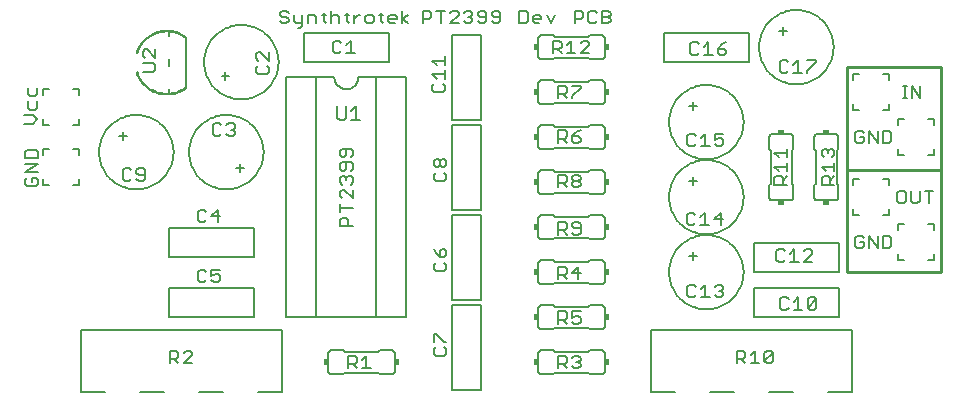
<source format=gto>
G75*
G70*
%OFA0B0*%
%FSLAX24Y24*%
%IPPOS*%
%LPD*%
%AMOC8*
5,1,8,0,0,1.08239X$1,22.5*
%
%ADD10C,0.0050*%
%ADD11C,0.0080*%
%ADD12C,0.0100*%
%ADD13C,0.0060*%
%ADD14R,0.0150X0.0200*%
%ADD15R,0.0200X0.0150*%
%ADD16C,0.0010*%
D10*
X011075Y015903D02*
X011000Y015978D01*
X011000Y016353D01*
X011300Y016353D02*
X011300Y015978D01*
X011225Y015903D01*
X011075Y015903D01*
X011460Y015903D02*
X011760Y015903D01*
X011610Y015903D02*
X011610Y016353D01*
X011460Y016203D01*
D11*
X003243Y006826D02*
X002456Y006826D01*
X002456Y008912D01*
X009149Y008912D01*
X009149Y006826D01*
X008361Y006826D01*
X007180Y006826D02*
X006393Y006826D01*
X006158Y007791D02*
X005878Y007791D01*
X006158Y008071D01*
X006158Y008141D01*
X006088Y008211D01*
X005948Y008211D01*
X005878Y008141D01*
X005698Y008141D02*
X005698Y008001D01*
X005628Y007931D01*
X005417Y007931D01*
X005557Y007931D02*
X005698Y007791D01*
X005417Y007791D02*
X005417Y008211D01*
X005628Y008211D01*
X005698Y008141D01*
X005212Y006826D02*
X004424Y006826D01*
X006412Y010491D02*
X006553Y010491D01*
X006623Y010561D01*
X006803Y010561D02*
X006873Y010491D01*
X007013Y010491D01*
X007083Y010561D01*
X007083Y010701D01*
X007013Y010771D01*
X006943Y010771D01*
X006803Y010701D01*
X006803Y010911D01*
X007083Y010911D01*
X006623Y010841D02*
X006553Y010911D01*
X006412Y010911D01*
X006342Y010841D01*
X006342Y010561D01*
X006412Y010491D01*
X006412Y012491D02*
X006553Y012491D01*
X006623Y012561D01*
X006412Y012491D02*
X006342Y012561D01*
X006342Y012841D01*
X006412Y012911D01*
X006553Y012911D01*
X006623Y012841D01*
X006803Y012701D02*
X007083Y012701D01*
X007013Y012491D02*
X007013Y012911D01*
X006803Y012701D01*
X004583Y013936D02*
X004583Y014216D01*
X004513Y014286D01*
X004373Y014286D01*
X004303Y014216D01*
X004303Y014146D01*
X004373Y014076D01*
X004583Y014076D01*
X004583Y013936D02*
X004513Y013866D01*
X004373Y013866D01*
X004303Y013936D01*
X004123Y013936D02*
X004053Y013866D01*
X003912Y013866D01*
X003842Y013936D01*
X003842Y014216D01*
X003912Y014286D01*
X004053Y014286D01*
X004123Y014216D01*
X006842Y015436D02*
X006912Y015366D01*
X007053Y015366D01*
X007123Y015436D01*
X007303Y015436D02*
X007373Y015366D01*
X007513Y015366D01*
X007583Y015436D01*
X007583Y015506D01*
X007513Y015576D01*
X007443Y015576D01*
X007513Y015576D02*
X007583Y015646D01*
X007583Y015716D01*
X007513Y015786D01*
X007373Y015786D01*
X007303Y015716D01*
X007123Y015716D02*
X007053Y015786D01*
X006912Y015786D01*
X006842Y015716D01*
X006842Y015436D01*
X008362Y017420D02*
X008642Y017420D01*
X008712Y017490D01*
X008712Y017630D01*
X008642Y017700D01*
X008712Y017880D02*
X008432Y018160D01*
X008362Y018160D01*
X008292Y018090D01*
X008292Y017950D01*
X008362Y017880D01*
X008362Y017700D02*
X008292Y017630D01*
X008292Y017490D01*
X008362Y017420D01*
X008712Y017880D02*
X008712Y018160D01*
X009162Y019116D02*
X009092Y019186D01*
X009162Y019116D02*
X009303Y019116D01*
X009373Y019186D01*
X009373Y019256D01*
X009303Y019326D01*
X009162Y019326D01*
X009092Y019396D01*
X009092Y019466D01*
X009162Y019536D01*
X009303Y019536D01*
X009373Y019466D01*
X009553Y019396D02*
X009553Y019186D01*
X009623Y019116D01*
X009833Y019116D01*
X009833Y019045D02*
X009763Y018975D01*
X009693Y018975D01*
X009833Y019045D02*
X009833Y019396D01*
X010013Y019396D02*
X010223Y019396D01*
X010293Y019326D01*
X010293Y019116D01*
X010543Y019186D02*
X010614Y019116D01*
X010543Y019186D02*
X010543Y019466D01*
X010473Y019396D02*
X010614Y019396D01*
X010780Y019326D02*
X010850Y019396D01*
X010990Y019396D01*
X011061Y019326D01*
X011061Y019116D01*
X011311Y019186D02*
X011381Y019116D01*
X011311Y019186D02*
X011311Y019466D01*
X011241Y019396D02*
X011381Y019396D01*
X011548Y019396D02*
X011548Y019116D01*
X011548Y019256D02*
X011688Y019396D01*
X011758Y019396D01*
X011931Y019326D02*
X012001Y019396D01*
X012141Y019396D01*
X012211Y019326D01*
X012211Y019186D01*
X012141Y019116D01*
X012001Y019116D01*
X011931Y019186D01*
X011931Y019326D01*
X012392Y019396D02*
X012532Y019396D01*
X012462Y019466D02*
X012462Y019186D01*
X012532Y019116D01*
X012698Y019186D02*
X012698Y019326D01*
X012768Y019396D01*
X012909Y019396D01*
X012979Y019326D01*
X012979Y019256D01*
X012698Y019256D01*
X012698Y019186D02*
X012768Y019116D01*
X012909Y019116D01*
X013159Y019116D02*
X013159Y019536D01*
X013369Y019396D02*
X013159Y019256D01*
X013369Y019116D01*
X013842Y019116D02*
X013842Y019536D01*
X014053Y019536D01*
X014123Y019466D01*
X014123Y019326D01*
X014053Y019256D01*
X013842Y019256D01*
X014303Y019536D02*
X014583Y019536D01*
X014443Y019536D02*
X014443Y019116D01*
X014763Y019116D02*
X015043Y019396D01*
X015043Y019466D01*
X014973Y019536D01*
X014833Y019536D01*
X014763Y019466D01*
X014763Y019116D02*
X015043Y019116D01*
X015223Y019186D02*
X015293Y019116D01*
X015434Y019116D01*
X015504Y019186D01*
X015504Y019256D01*
X015434Y019326D01*
X015364Y019326D01*
X015434Y019326D02*
X015504Y019396D01*
X015504Y019466D01*
X015434Y019536D01*
X015293Y019536D01*
X015223Y019466D01*
X015684Y019466D02*
X015684Y019396D01*
X015754Y019326D01*
X015964Y019326D01*
X015964Y019186D02*
X015964Y019466D01*
X015894Y019536D01*
X015754Y019536D01*
X015684Y019466D01*
X015684Y019186D02*
X015754Y019116D01*
X015894Y019116D01*
X015964Y019186D01*
X016144Y019186D02*
X016214Y019116D01*
X016354Y019116D01*
X016424Y019186D01*
X016424Y019466D01*
X016354Y019536D01*
X016214Y019536D01*
X016144Y019466D01*
X016144Y019396D01*
X016214Y019326D01*
X016424Y019326D01*
X017065Y019536D02*
X017065Y019116D01*
X017275Y019116D01*
X017345Y019186D01*
X017345Y019466D01*
X017275Y019536D01*
X017065Y019536D01*
X017525Y019326D02*
X017595Y019396D01*
X017735Y019396D01*
X017805Y019326D01*
X017805Y019256D01*
X017525Y019256D01*
X017525Y019186D02*
X017525Y019326D01*
X017525Y019186D02*
X017595Y019116D01*
X017735Y019116D01*
X017986Y019396D02*
X018126Y019116D01*
X018266Y019396D01*
X018906Y019536D02*
X018906Y019116D01*
X018906Y019256D02*
X019116Y019256D01*
X019186Y019326D01*
X019186Y019466D01*
X019116Y019536D01*
X018906Y019536D01*
X019367Y019466D02*
X019367Y019186D01*
X019437Y019116D01*
X019577Y019116D01*
X019647Y019186D01*
X019827Y019116D02*
X020037Y019116D01*
X020107Y019186D01*
X020107Y019256D01*
X020037Y019326D01*
X019827Y019326D01*
X019827Y019116D02*
X019827Y019536D01*
X020037Y019536D01*
X020107Y019466D01*
X020107Y019396D01*
X020037Y019326D01*
X019647Y019466D02*
X019577Y019536D01*
X019437Y019536D01*
X019367Y019466D01*
X019323Y018536D02*
X019183Y018536D01*
X019113Y018466D01*
X019323Y018536D02*
X019393Y018466D01*
X019393Y018396D01*
X019113Y018116D01*
X019393Y018116D01*
X018933Y018116D02*
X018653Y018116D01*
X018793Y018116D02*
X018793Y018536D01*
X018653Y018396D01*
X018473Y018466D02*
X018403Y018536D01*
X018192Y018536D01*
X018192Y018116D01*
X018192Y018256D02*
X018403Y018256D01*
X018473Y018326D01*
X018473Y018466D01*
X018332Y018256D02*
X018473Y018116D01*
X018578Y017046D02*
X018648Y016976D01*
X018648Y016836D01*
X018578Y016766D01*
X018367Y016766D01*
X018507Y016766D02*
X018648Y016626D01*
X018828Y016626D02*
X018828Y016696D01*
X019108Y016976D01*
X019108Y017046D01*
X018828Y017046D01*
X018578Y017046D02*
X018367Y017046D01*
X018367Y016626D01*
X018367Y015561D02*
X018578Y015561D01*
X018648Y015491D01*
X018648Y015351D01*
X018578Y015281D01*
X018367Y015281D01*
X018507Y015281D02*
X018648Y015141D01*
X018828Y015211D02*
X018898Y015141D01*
X019038Y015141D01*
X019108Y015211D01*
X019108Y015281D01*
X019038Y015351D01*
X018828Y015351D01*
X018828Y015211D01*
X018828Y015351D02*
X018968Y015491D01*
X019108Y015561D01*
X018367Y015561D02*
X018367Y015141D01*
X018367Y014071D02*
X018578Y014071D01*
X018648Y014001D01*
X018648Y013861D01*
X018578Y013791D01*
X018367Y013791D01*
X018507Y013791D02*
X018648Y013651D01*
X018828Y013721D02*
X018828Y013791D01*
X018898Y013861D01*
X019038Y013861D01*
X019108Y013791D01*
X019108Y013721D01*
X019038Y013651D01*
X018898Y013651D01*
X018828Y013721D01*
X018898Y013861D02*
X018828Y013931D01*
X018828Y014001D01*
X018898Y014071D01*
X019038Y014071D01*
X019108Y014001D01*
X019108Y013931D01*
X019038Y013861D01*
X018367Y013651D02*
X018367Y014071D01*
X018367Y012496D02*
X018578Y012496D01*
X018648Y012426D01*
X018648Y012286D01*
X018578Y012216D01*
X018367Y012216D01*
X018507Y012216D02*
X018648Y012076D01*
X018828Y012146D02*
X018898Y012076D01*
X019038Y012076D01*
X019108Y012146D01*
X019108Y012426D01*
X019038Y012496D01*
X018898Y012496D01*
X018828Y012426D01*
X018828Y012356D01*
X018898Y012286D01*
X019108Y012286D01*
X018367Y012076D02*
X018367Y012496D01*
X018367Y011011D02*
X018578Y011011D01*
X018648Y010941D01*
X018648Y010801D01*
X018578Y010731D01*
X018367Y010731D01*
X018507Y010731D02*
X018648Y010591D01*
X018828Y010801D02*
X019108Y010801D01*
X019038Y010591D02*
X019038Y011011D01*
X018828Y010801D01*
X018367Y010591D02*
X018367Y011011D01*
X018367Y009521D02*
X018578Y009521D01*
X018648Y009451D01*
X018648Y009311D01*
X018578Y009241D01*
X018367Y009241D01*
X018507Y009241D02*
X018648Y009101D01*
X018828Y009171D02*
X018898Y009101D01*
X019038Y009101D01*
X019108Y009171D01*
X019108Y009311D01*
X019038Y009381D01*
X018968Y009381D01*
X018828Y009311D01*
X018828Y009521D01*
X019108Y009521D01*
X018367Y009521D02*
X018367Y009101D01*
X018367Y008036D02*
X018578Y008036D01*
X018648Y007966D01*
X018648Y007826D01*
X018578Y007756D01*
X018367Y007756D01*
X018507Y007756D02*
X018648Y007616D01*
X018828Y007686D02*
X018898Y007616D01*
X019038Y007616D01*
X019108Y007686D01*
X019108Y007756D01*
X019038Y007826D01*
X018968Y007826D01*
X019038Y007826D02*
X019108Y007896D01*
X019108Y007966D01*
X019038Y008036D01*
X018898Y008036D01*
X018828Y007966D01*
X018367Y008036D02*
X018367Y007616D01*
X021456Y006826D02*
X022243Y006826D01*
X021456Y006826D02*
X021456Y008912D01*
X028149Y008912D01*
X028149Y006826D01*
X027361Y006826D01*
X026180Y006826D02*
X025393Y006826D01*
X025448Y007791D02*
X025308Y007791D01*
X025238Y007861D01*
X025518Y008141D01*
X025518Y007861D01*
X025448Y007791D01*
X025238Y007861D02*
X025238Y008141D01*
X025308Y008211D01*
X025448Y008211D01*
X025518Y008141D01*
X025058Y007791D02*
X024778Y007791D01*
X024918Y007791D02*
X024918Y008211D01*
X024778Y008071D01*
X024598Y008141D02*
X024528Y008211D01*
X024317Y008211D01*
X024317Y007791D01*
X024317Y007931D02*
X024528Y007931D01*
X024598Y008001D01*
X024598Y008141D01*
X024457Y007931D02*
X024598Y007791D01*
X024212Y006826D02*
X023424Y006826D01*
X025831Y009566D02*
X025971Y009566D01*
X026041Y009636D01*
X026222Y009566D02*
X026502Y009566D01*
X026362Y009566D02*
X026362Y009986D01*
X026222Y009846D01*
X026041Y009916D02*
X025971Y009986D01*
X025831Y009986D01*
X025761Y009916D01*
X025761Y009636D01*
X025831Y009566D01*
X026682Y009636D02*
X026962Y009916D01*
X026962Y009636D01*
X026892Y009566D01*
X026752Y009566D01*
X026682Y009636D01*
X026682Y009916D01*
X026752Y009986D01*
X026892Y009986D01*
X026962Y009916D01*
X026837Y011166D02*
X026557Y011166D01*
X026837Y011446D01*
X026837Y011516D01*
X026767Y011586D01*
X026627Y011586D01*
X026557Y011516D01*
X026237Y011586D02*
X026237Y011166D01*
X026097Y011166D02*
X026377Y011166D01*
X026097Y011446D02*
X026237Y011586D01*
X025916Y011516D02*
X025846Y011586D01*
X025706Y011586D01*
X025636Y011516D01*
X025636Y011236D01*
X025706Y011166D01*
X025846Y011166D01*
X025916Y011236D01*
X023868Y010341D02*
X023868Y010271D01*
X023798Y010201D01*
X023868Y010131D01*
X023868Y010061D01*
X023798Y009991D01*
X023658Y009991D01*
X023588Y010061D01*
X023408Y009991D02*
X023128Y009991D01*
X023268Y009991D02*
X023268Y010411D01*
X023128Y010271D01*
X022948Y010341D02*
X022878Y010411D01*
X022737Y010411D01*
X022667Y010341D01*
X022667Y010061D01*
X022737Y009991D01*
X022878Y009991D01*
X022948Y010061D01*
X023588Y010341D02*
X023658Y010411D01*
X023798Y010411D01*
X023868Y010341D01*
X023798Y010201D02*
X023728Y010201D01*
X023773Y012391D02*
X023773Y012811D01*
X023563Y012601D01*
X023843Y012601D01*
X023383Y012391D02*
X023103Y012391D01*
X023243Y012391D02*
X023243Y012811D01*
X023103Y012671D01*
X022923Y012741D02*
X022853Y012811D01*
X022712Y012811D01*
X022642Y012741D01*
X022642Y012461D01*
X022712Y012391D01*
X022853Y012391D01*
X022923Y012461D01*
X025567Y013741D02*
X025567Y013951D01*
X025637Y014021D01*
X025777Y014021D01*
X025847Y013951D01*
X025847Y013741D01*
X025847Y013881D02*
X025987Y014021D01*
X025987Y014201D02*
X025987Y014481D01*
X025987Y014341D02*
X025567Y014341D01*
X025707Y014201D01*
X025707Y014661D02*
X025567Y014801D01*
X025987Y014801D01*
X025987Y014661D02*
X025987Y014941D01*
X027142Y014871D02*
X027142Y014731D01*
X027212Y014661D01*
X027352Y014801D02*
X027352Y014871D01*
X027422Y014941D01*
X027492Y014941D01*
X027562Y014871D01*
X027562Y014731D01*
X027492Y014661D01*
X027562Y014481D02*
X027562Y014201D01*
X027562Y014341D02*
X027142Y014341D01*
X027282Y014201D01*
X027212Y014021D02*
X027142Y013951D01*
X027142Y013741D01*
X027562Y013741D01*
X027422Y013741D02*
X027422Y013951D01*
X027352Y014021D01*
X027212Y014021D01*
X027422Y013881D02*
X027562Y014021D01*
X027352Y014871D02*
X027282Y014941D01*
X027212Y014941D01*
X027142Y014871D01*
X028267Y015186D02*
X028337Y015116D01*
X028478Y015116D01*
X028548Y015186D01*
X028548Y015326D01*
X028407Y015326D01*
X028267Y015466D02*
X028267Y015186D01*
X028728Y015116D02*
X028728Y015536D01*
X029008Y015116D01*
X029008Y015536D01*
X029188Y015536D02*
X029398Y015536D01*
X029468Y015466D01*
X029468Y015186D01*
X029398Y015116D01*
X029188Y015116D01*
X029188Y015536D01*
X028548Y015466D02*
X028478Y015536D01*
X028337Y015536D01*
X028267Y015466D01*
X029842Y016616D02*
X029982Y016616D01*
X029912Y016616D02*
X029912Y017036D01*
X029842Y017036D02*
X029982Y017036D01*
X030149Y017036D02*
X030429Y016616D01*
X030429Y017036D01*
X030149Y017036D02*
X030149Y016616D01*
X026943Y017816D02*
X026663Y017536D01*
X026663Y017466D01*
X026483Y017466D02*
X026203Y017466D01*
X026343Y017466D02*
X026343Y017886D01*
X026203Y017746D01*
X026023Y017816D02*
X025953Y017886D01*
X025812Y017886D01*
X025742Y017816D01*
X025742Y017536D01*
X025812Y017466D01*
X025953Y017466D01*
X026023Y017536D01*
X026663Y017886D02*
X026943Y017886D01*
X026943Y017816D01*
X023968Y018136D02*
X023968Y018206D01*
X023898Y018276D01*
X023688Y018276D01*
X023688Y018136D01*
X023758Y018066D01*
X023898Y018066D01*
X023968Y018136D01*
X023828Y018416D02*
X023688Y018276D01*
X023828Y018416D02*
X023968Y018486D01*
X023508Y018066D02*
X023228Y018066D01*
X023368Y018066D02*
X023368Y018486D01*
X023228Y018346D01*
X023048Y018416D02*
X022978Y018486D01*
X022837Y018486D01*
X022767Y018416D01*
X022767Y018136D01*
X022837Y018066D01*
X022978Y018066D01*
X023048Y018136D01*
X022878Y015436D02*
X022737Y015436D01*
X022667Y015366D01*
X022667Y015086D01*
X022737Y015016D01*
X022878Y015016D01*
X022948Y015086D01*
X023128Y015016D02*
X023408Y015016D01*
X023268Y015016D02*
X023268Y015436D01*
X023128Y015296D01*
X022948Y015366D02*
X022878Y015436D01*
X023588Y015436D02*
X023588Y015226D01*
X023728Y015296D01*
X023798Y015296D01*
X023868Y015226D01*
X023868Y015086D01*
X023798Y015016D01*
X023658Y015016D01*
X023588Y015086D01*
X023588Y015436D02*
X023868Y015436D01*
X025567Y013741D02*
X025987Y013741D01*
X028267Y011966D02*
X028267Y011686D01*
X028337Y011616D01*
X028478Y011616D01*
X028548Y011686D01*
X028548Y011826D01*
X028407Y011826D01*
X028267Y011966D02*
X028337Y012036D01*
X028478Y012036D01*
X028548Y011966D01*
X028728Y012036D02*
X029008Y011616D01*
X029008Y012036D01*
X029188Y012036D02*
X029398Y012036D01*
X029468Y011966D01*
X029468Y011686D01*
X029398Y011616D01*
X029188Y011616D01*
X029188Y012036D01*
X028728Y012036D02*
X028728Y011616D01*
X029737Y013116D02*
X029667Y013186D01*
X029667Y013466D01*
X029737Y013536D01*
X029878Y013536D01*
X029948Y013466D01*
X029948Y013186D01*
X029878Y013116D01*
X029737Y013116D01*
X030128Y013186D02*
X030198Y013116D01*
X030338Y013116D01*
X030408Y013186D01*
X030408Y013536D01*
X030588Y013536D02*
X030868Y013536D01*
X030728Y013536D02*
X030728Y013116D01*
X030128Y013186D02*
X030128Y013536D01*
X014637Y013936D02*
X014567Y013866D01*
X014287Y013866D01*
X014217Y013936D01*
X014217Y014076D01*
X014287Y014146D01*
X014287Y014326D02*
X014217Y014396D01*
X014217Y014536D01*
X014287Y014606D01*
X014357Y014606D01*
X014427Y014536D01*
X014427Y014396D01*
X014357Y014326D01*
X014287Y014326D01*
X014427Y014396D02*
X014497Y014326D01*
X014567Y014326D01*
X014637Y014396D01*
X014637Y014536D01*
X014567Y014606D01*
X014497Y014606D01*
X014427Y014536D01*
X014567Y014146D02*
X014637Y014076D01*
X014637Y013936D01*
X011512Y013957D02*
X011512Y013817D01*
X011442Y013747D01*
X011512Y013566D02*
X011512Y013286D01*
X011232Y013566D01*
X011162Y013566D01*
X011092Y013496D01*
X011092Y013356D01*
X011162Y013286D01*
X011092Y013106D02*
X011092Y012826D01*
X011092Y012966D02*
X011512Y012966D01*
X011302Y012646D02*
X011372Y012576D01*
X011372Y012366D01*
X011512Y012366D02*
X011092Y012366D01*
X011092Y012576D01*
X011162Y012646D01*
X011302Y012646D01*
X011162Y013747D02*
X011092Y013817D01*
X011092Y013957D01*
X011162Y014027D01*
X011232Y014027D01*
X011302Y013957D01*
X011372Y014027D01*
X011442Y014027D01*
X011512Y013957D01*
X011302Y013957D02*
X011302Y013887D01*
X011232Y014207D02*
X011302Y014277D01*
X011302Y014487D01*
X011162Y014487D02*
X011092Y014417D01*
X011092Y014277D01*
X011162Y014207D01*
X011232Y014207D01*
X011442Y014207D02*
X011512Y014277D01*
X011512Y014417D01*
X011442Y014487D01*
X011162Y014487D01*
X011162Y014667D02*
X011232Y014667D01*
X011302Y014737D01*
X011302Y014948D01*
X011162Y014948D02*
X011092Y014877D01*
X011092Y014737D01*
X011162Y014667D01*
X011442Y014667D02*
X011512Y014737D01*
X011512Y014877D01*
X011442Y014948D01*
X011162Y014948D01*
X014167Y016886D02*
X014237Y016816D01*
X014517Y016816D01*
X014587Y016886D01*
X014587Y017026D01*
X014517Y017096D01*
X014587Y017276D02*
X014587Y017556D01*
X014587Y017416D02*
X014167Y017416D01*
X014307Y017276D01*
X014237Y017096D02*
X014167Y017026D01*
X014167Y016886D01*
X014307Y017736D02*
X014167Y017876D01*
X014587Y017876D01*
X014587Y017736D02*
X014587Y018016D01*
X011583Y018116D02*
X011303Y018116D01*
X011443Y018116D02*
X011443Y018536D01*
X011303Y018396D01*
X011123Y018466D02*
X011053Y018536D01*
X010912Y018536D01*
X010842Y018466D01*
X010842Y018186D01*
X010912Y018116D01*
X011053Y018116D01*
X011123Y018186D01*
X010780Y019116D02*
X010780Y019536D01*
X010013Y019396D02*
X010013Y019116D01*
X004937Y018251D02*
X004937Y017971D01*
X004657Y018251D01*
X004587Y018251D01*
X004517Y018181D01*
X004517Y018041D01*
X004587Y017971D01*
X004517Y017791D02*
X004867Y017791D01*
X004937Y017721D01*
X004937Y017581D01*
X004867Y017511D01*
X004517Y017511D01*
X000982Y016976D02*
X000982Y016766D01*
X000912Y016696D01*
X000772Y016696D01*
X000702Y016766D01*
X000702Y016976D01*
X000702Y016516D02*
X000702Y016306D01*
X000772Y016236D01*
X000912Y016236D01*
X000982Y016306D01*
X000982Y016516D01*
X000842Y016056D02*
X000562Y016056D01*
X000842Y016056D02*
X000982Y015916D01*
X000842Y015776D01*
X000562Y015776D01*
X000672Y014896D02*
X000602Y014826D01*
X000602Y014616D01*
X001022Y014616D01*
X001022Y014826D01*
X000952Y014896D01*
X000672Y014896D01*
X000602Y014436D02*
X001022Y014436D01*
X000602Y014156D01*
X001022Y014156D01*
X000952Y013976D02*
X000812Y013976D01*
X000812Y013836D01*
X000672Y013976D02*
X000602Y013906D01*
X000602Y013766D01*
X000672Y013696D01*
X000952Y013696D01*
X001022Y013766D01*
X001022Y013906D01*
X000952Y013976D01*
X011367Y008036D02*
X011367Y007616D01*
X011367Y007756D02*
X011578Y007756D01*
X011648Y007826D01*
X011648Y007966D01*
X011578Y008036D01*
X011367Y008036D01*
X011507Y007756D02*
X011648Y007616D01*
X011828Y007616D02*
X012108Y007616D01*
X011968Y007616D02*
X011968Y008036D01*
X011828Y007896D01*
X014217Y008111D02*
X014287Y008041D01*
X014567Y008041D01*
X014637Y008111D01*
X014637Y008251D01*
X014567Y008321D01*
X014567Y008501D02*
X014637Y008501D01*
X014567Y008501D02*
X014287Y008781D01*
X014217Y008781D01*
X014217Y008501D01*
X014287Y008321D02*
X014217Y008251D01*
X014217Y008111D01*
X014287Y010866D02*
X014217Y010936D01*
X014217Y011076D01*
X014287Y011146D01*
X014427Y011326D02*
X014427Y011536D01*
X014497Y011606D01*
X014567Y011606D01*
X014637Y011536D01*
X014637Y011396D01*
X014567Y011326D01*
X014427Y011326D01*
X014287Y011466D01*
X014217Y011606D01*
X014567Y011146D02*
X014637Y011076D01*
X014637Y010936D01*
X014567Y010866D01*
X014287Y010866D01*
D12*
X027977Y010826D02*
X027977Y017676D01*
X027982Y017676D02*
X031127Y017676D01*
X031127Y010826D01*
X027977Y010826D01*
X028002Y014226D02*
X028302Y014226D01*
X031102Y014226D01*
X028302Y014226D02*
X028127Y014226D01*
D13*
X028202Y013926D02*
X028402Y013926D01*
X028202Y013926D02*
X028202Y013726D01*
X027702Y013719D02*
X027702Y013319D01*
X027700Y013302D01*
X027696Y013285D01*
X027689Y013269D01*
X027679Y013255D01*
X027666Y013242D01*
X027652Y013232D01*
X027636Y013225D01*
X027619Y013221D01*
X027602Y013219D01*
X027002Y013219D01*
X026985Y013221D01*
X026968Y013225D01*
X026952Y013232D01*
X026938Y013242D01*
X026925Y013255D01*
X026915Y013269D01*
X026908Y013285D01*
X026904Y013302D01*
X026902Y013319D01*
X026902Y013719D01*
X026952Y013769D01*
X026952Y014882D01*
X026902Y014932D01*
X026902Y015332D01*
X026904Y015349D01*
X026908Y015366D01*
X026915Y015382D01*
X026925Y015396D01*
X026938Y015409D01*
X026952Y015419D01*
X026968Y015426D01*
X026985Y015430D01*
X027002Y015432D01*
X027602Y015432D01*
X027619Y015430D01*
X027636Y015426D01*
X027652Y015419D01*
X027666Y015409D01*
X027679Y015396D01*
X027689Y015382D01*
X027696Y015366D01*
X027700Y015349D01*
X027702Y015332D01*
X027702Y014932D01*
X027652Y014882D01*
X027652Y013769D01*
X027702Y013719D01*
X028202Y012926D02*
X028202Y012726D01*
X028402Y012726D01*
X029202Y012726D02*
X029402Y012726D01*
X029402Y012926D01*
X029702Y012426D02*
X029902Y012426D01*
X029702Y012426D02*
X029702Y012226D01*
X029702Y011426D02*
X029702Y011226D01*
X029902Y011226D01*
X030702Y011226D02*
X030902Y011226D01*
X030902Y011426D01*
X030902Y012226D02*
X030902Y012426D01*
X030702Y012426D01*
X029402Y013726D02*
X029402Y013926D01*
X029202Y013926D01*
X029702Y014726D02*
X029702Y014926D01*
X029702Y014726D02*
X029902Y014726D01*
X030702Y014726D02*
X030902Y014726D01*
X030902Y014926D01*
X030902Y015726D02*
X030902Y015926D01*
X030702Y015926D01*
X029902Y015926D02*
X029702Y015926D01*
X029702Y015726D01*
X029402Y016226D02*
X029202Y016226D01*
X029402Y016226D02*
X029402Y016426D01*
X029402Y017226D02*
X029402Y017426D01*
X029202Y017426D01*
X028402Y017426D02*
X028202Y017426D01*
X028202Y017226D01*
X028202Y016426D02*
X028202Y016226D01*
X028402Y016226D01*
X026202Y015332D02*
X026202Y014932D01*
X026152Y014882D01*
X026152Y013769D01*
X026202Y013719D01*
X026202Y013319D01*
X026200Y013302D01*
X026196Y013285D01*
X026189Y013269D01*
X026179Y013255D01*
X026166Y013242D01*
X026152Y013232D01*
X026136Y013225D01*
X026119Y013221D01*
X026102Y013219D01*
X025502Y013219D01*
X025485Y013221D01*
X025468Y013225D01*
X025452Y013232D01*
X025438Y013242D01*
X025425Y013255D01*
X025415Y013269D01*
X025408Y013285D01*
X025404Y013302D01*
X025402Y013319D01*
X025402Y013719D01*
X025452Y013769D01*
X025452Y014882D01*
X025402Y014932D01*
X025402Y015332D01*
X025404Y015349D01*
X025408Y015366D01*
X025415Y015382D01*
X025425Y015396D01*
X025438Y015409D01*
X025452Y015419D01*
X025468Y015426D01*
X025485Y015430D01*
X025502Y015432D01*
X026102Y015432D01*
X026119Y015430D01*
X026136Y015426D01*
X026152Y015419D01*
X026166Y015409D01*
X026179Y015396D01*
X026189Y015382D01*
X026196Y015366D01*
X026200Y015349D01*
X026202Y015332D01*
X022062Y015826D02*
X022064Y015896D01*
X022070Y015966D01*
X022080Y016036D01*
X022094Y016104D01*
X022111Y016172D01*
X022133Y016239D01*
X022158Y016305D01*
X022187Y016369D01*
X022219Y016431D01*
X022255Y016491D01*
X022295Y016549D01*
X022337Y016605D01*
X022383Y016658D01*
X022431Y016709D01*
X022483Y016757D01*
X022537Y016802D01*
X022593Y016843D01*
X022652Y016882D01*
X022713Y016917D01*
X022775Y016949D01*
X022840Y016977D01*
X022905Y017001D01*
X022973Y017021D01*
X023041Y017038D01*
X023110Y017051D01*
X023179Y017060D01*
X023249Y017065D01*
X023320Y017066D01*
X023390Y017063D01*
X023460Y017056D01*
X023529Y017045D01*
X023597Y017030D01*
X023665Y017012D01*
X023732Y016989D01*
X023797Y016963D01*
X023860Y016933D01*
X023922Y016900D01*
X023982Y016863D01*
X024039Y016823D01*
X024095Y016780D01*
X024147Y016733D01*
X024197Y016684D01*
X024244Y016632D01*
X024288Y016577D01*
X024329Y016520D01*
X024367Y016461D01*
X024401Y016400D01*
X024432Y016337D01*
X024459Y016272D01*
X024482Y016206D01*
X024502Y016138D01*
X024518Y016070D01*
X024530Y016001D01*
X024538Y015931D01*
X024542Y015861D01*
X024542Y015791D01*
X024538Y015721D01*
X024530Y015651D01*
X024518Y015582D01*
X024502Y015514D01*
X024482Y015446D01*
X024459Y015380D01*
X024432Y015315D01*
X024401Y015252D01*
X024367Y015191D01*
X024329Y015132D01*
X024288Y015075D01*
X024244Y015020D01*
X024197Y014968D01*
X024147Y014919D01*
X024095Y014872D01*
X024039Y014829D01*
X023982Y014789D01*
X023922Y014752D01*
X023860Y014719D01*
X023797Y014689D01*
X023732Y014663D01*
X023665Y014640D01*
X023597Y014622D01*
X023529Y014607D01*
X023460Y014596D01*
X023390Y014589D01*
X023320Y014586D01*
X023249Y014587D01*
X023179Y014592D01*
X023110Y014601D01*
X023041Y014614D01*
X022973Y014631D01*
X022905Y014651D01*
X022840Y014675D01*
X022775Y014703D01*
X022713Y014735D01*
X022652Y014770D01*
X022593Y014809D01*
X022537Y014850D01*
X022483Y014895D01*
X022431Y014943D01*
X022383Y014994D01*
X022337Y015047D01*
X022295Y015103D01*
X022255Y015161D01*
X022219Y015221D01*
X022187Y015283D01*
X022158Y015347D01*
X022133Y015413D01*
X022111Y015480D01*
X022094Y015548D01*
X022080Y015616D01*
X022070Y015686D01*
X022064Y015756D01*
X022062Y015826D01*
X022722Y016366D02*
X022982Y016366D01*
X022852Y016486D02*
X022852Y016236D01*
X021892Y017837D02*
X021892Y018814D01*
X024713Y018814D01*
X024713Y017837D01*
X021892Y017837D01*
X019909Y018026D02*
X019909Y018626D01*
X019907Y018643D01*
X019903Y018660D01*
X019896Y018676D01*
X019886Y018690D01*
X019873Y018703D01*
X019859Y018713D01*
X019843Y018720D01*
X019826Y018724D01*
X019809Y018726D01*
X019409Y018726D01*
X019359Y018676D01*
X018246Y018676D01*
X018196Y018726D01*
X017796Y018726D01*
X017779Y018724D01*
X017762Y018720D01*
X017746Y018713D01*
X017732Y018703D01*
X017719Y018690D01*
X017709Y018676D01*
X017702Y018660D01*
X017698Y018643D01*
X017696Y018626D01*
X017696Y018026D01*
X017698Y018009D01*
X017702Y017992D01*
X017709Y017976D01*
X017719Y017962D01*
X017732Y017949D01*
X017746Y017939D01*
X017762Y017932D01*
X017779Y017928D01*
X017796Y017926D01*
X018196Y017926D01*
X018246Y017976D01*
X019359Y017976D01*
X019409Y017926D01*
X019809Y017926D01*
X019826Y017928D01*
X019843Y017932D01*
X019859Y017939D01*
X019873Y017949D01*
X019886Y017962D01*
X019896Y017976D01*
X019903Y017992D01*
X019907Y018009D01*
X019909Y018026D01*
X019809Y017226D02*
X019409Y017226D01*
X019359Y017176D01*
X018246Y017176D01*
X018196Y017226D01*
X017796Y017226D01*
X017779Y017224D01*
X017762Y017220D01*
X017746Y017213D01*
X017732Y017203D01*
X017719Y017190D01*
X017709Y017176D01*
X017702Y017160D01*
X017698Y017143D01*
X017696Y017126D01*
X017696Y016526D01*
X017698Y016509D01*
X017702Y016492D01*
X017709Y016476D01*
X017719Y016462D01*
X017732Y016449D01*
X017746Y016439D01*
X017762Y016432D01*
X017779Y016428D01*
X017796Y016426D01*
X018196Y016426D01*
X018246Y016476D01*
X019359Y016476D01*
X019409Y016426D01*
X019809Y016426D01*
X019826Y016428D01*
X019843Y016432D01*
X019859Y016439D01*
X019873Y016449D01*
X019886Y016462D01*
X019896Y016476D01*
X019903Y016492D01*
X019907Y016509D01*
X019909Y016526D01*
X019909Y017126D01*
X019907Y017143D01*
X019903Y017160D01*
X019896Y017176D01*
X019886Y017190D01*
X019873Y017203D01*
X019859Y017213D01*
X019843Y017220D01*
X019826Y017224D01*
X019809Y017226D01*
X019809Y015726D02*
X019409Y015726D01*
X019359Y015676D01*
X018246Y015676D01*
X018196Y015726D01*
X017796Y015726D01*
X017779Y015724D01*
X017762Y015720D01*
X017746Y015713D01*
X017732Y015703D01*
X017719Y015690D01*
X017709Y015676D01*
X017702Y015660D01*
X017698Y015643D01*
X017696Y015626D01*
X017696Y015026D01*
X017698Y015009D01*
X017702Y014992D01*
X017709Y014976D01*
X017719Y014962D01*
X017732Y014949D01*
X017746Y014939D01*
X017762Y014932D01*
X017779Y014928D01*
X017796Y014926D01*
X018196Y014926D01*
X018246Y014976D01*
X019359Y014976D01*
X019409Y014926D01*
X019809Y014926D01*
X019826Y014928D01*
X019843Y014932D01*
X019859Y014939D01*
X019873Y014949D01*
X019886Y014962D01*
X019896Y014976D01*
X019903Y014992D01*
X019907Y015009D01*
X019909Y015026D01*
X019909Y015626D01*
X019907Y015643D01*
X019903Y015660D01*
X019896Y015676D01*
X019886Y015690D01*
X019873Y015703D01*
X019859Y015713D01*
X019843Y015720D01*
X019826Y015724D01*
X019809Y015726D01*
X019809Y014226D02*
X019409Y014226D01*
X019359Y014176D01*
X018246Y014176D01*
X018196Y014226D01*
X017796Y014226D01*
X017779Y014224D01*
X017762Y014220D01*
X017746Y014213D01*
X017732Y014203D01*
X017719Y014190D01*
X017709Y014176D01*
X017702Y014160D01*
X017698Y014143D01*
X017696Y014126D01*
X017696Y013526D01*
X017698Y013509D01*
X017702Y013492D01*
X017709Y013476D01*
X017719Y013462D01*
X017732Y013449D01*
X017746Y013439D01*
X017762Y013432D01*
X017779Y013428D01*
X017796Y013426D01*
X018196Y013426D01*
X018246Y013476D01*
X019359Y013476D01*
X019409Y013426D01*
X019809Y013426D01*
X019826Y013428D01*
X019843Y013432D01*
X019859Y013439D01*
X019873Y013449D01*
X019886Y013462D01*
X019896Y013476D01*
X019903Y013492D01*
X019907Y013509D01*
X019909Y013526D01*
X019909Y014126D01*
X019907Y014143D01*
X019903Y014160D01*
X019896Y014176D01*
X019886Y014190D01*
X019873Y014203D01*
X019859Y014213D01*
X019843Y014220D01*
X019826Y014224D01*
X019809Y014226D01*
X019809Y012726D02*
X019409Y012726D01*
X019359Y012676D01*
X018246Y012676D01*
X018196Y012726D01*
X017796Y012726D01*
X017779Y012724D01*
X017762Y012720D01*
X017746Y012713D01*
X017732Y012703D01*
X017719Y012690D01*
X017709Y012676D01*
X017702Y012660D01*
X017698Y012643D01*
X017696Y012626D01*
X017696Y012026D01*
X017698Y012009D01*
X017702Y011992D01*
X017709Y011976D01*
X017719Y011962D01*
X017732Y011949D01*
X017746Y011939D01*
X017762Y011932D01*
X017779Y011928D01*
X017796Y011926D01*
X018196Y011926D01*
X018246Y011976D01*
X019359Y011976D01*
X019409Y011926D01*
X019809Y011926D01*
X019826Y011928D01*
X019843Y011932D01*
X019859Y011939D01*
X019873Y011949D01*
X019886Y011962D01*
X019896Y011976D01*
X019903Y011992D01*
X019907Y012009D01*
X019909Y012026D01*
X019909Y012626D01*
X019907Y012643D01*
X019903Y012660D01*
X019896Y012676D01*
X019886Y012690D01*
X019873Y012703D01*
X019859Y012713D01*
X019843Y012720D01*
X019826Y012724D01*
X019809Y012726D01*
X019809Y011226D02*
X019409Y011226D01*
X019359Y011176D01*
X018246Y011176D01*
X018196Y011226D01*
X017796Y011226D01*
X017779Y011224D01*
X017762Y011220D01*
X017746Y011213D01*
X017732Y011203D01*
X017719Y011190D01*
X017709Y011176D01*
X017702Y011160D01*
X017698Y011143D01*
X017696Y011126D01*
X017696Y010526D01*
X017698Y010509D01*
X017702Y010492D01*
X017709Y010476D01*
X017719Y010462D01*
X017732Y010449D01*
X017746Y010439D01*
X017762Y010432D01*
X017779Y010428D01*
X017796Y010426D01*
X018196Y010426D01*
X018246Y010476D01*
X019359Y010476D01*
X019409Y010426D01*
X019809Y010426D01*
X019826Y010428D01*
X019843Y010432D01*
X019859Y010439D01*
X019873Y010449D01*
X019886Y010462D01*
X019896Y010476D01*
X019903Y010492D01*
X019907Y010509D01*
X019909Y010526D01*
X019909Y011126D01*
X019907Y011143D01*
X019903Y011160D01*
X019896Y011176D01*
X019886Y011190D01*
X019873Y011203D01*
X019859Y011213D01*
X019843Y011220D01*
X019826Y011224D01*
X019809Y011226D01*
X019809Y009726D02*
X019409Y009726D01*
X019359Y009676D01*
X018246Y009676D01*
X018196Y009726D01*
X017796Y009726D01*
X017779Y009724D01*
X017762Y009720D01*
X017746Y009713D01*
X017732Y009703D01*
X017719Y009690D01*
X017709Y009676D01*
X017702Y009660D01*
X017698Y009643D01*
X017696Y009626D01*
X017696Y009026D01*
X017698Y009009D01*
X017702Y008992D01*
X017709Y008976D01*
X017719Y008962D01*
X017732Y008949D01*
X017746Y008939D01*
X017762Y008932D01*
X017779Y008928D01*
X017796Y008926D01*
X018196Y008926D01*
X018246Y008976D01*
X019359Y008976D01*
X019409Y008926D01*
X019809Y008926D01*
X019826Y008928D01*
X019843Y008932D01*
X019859Y008939D01*
X019873Y008949D01*
X019886Y008962D01*
X019896Y008976D01*
X019903Y008992D01*
X019907Y009009D01*
X019909Y009026D01*
X019909Y009626D01*
X019907Y009643D01*
X019903Y009660D01*
X019896Y009676D01*
X019886Y009690D01*
X019873Y009703D01*
X019859Y009713D01*
X019843Y009720D01*
X019826Y009724D01*
X019809Y009726D01*
X019809Y008226D02*
X019409Y008226D01*
X019359Y008176D01*
X018246Y008176D01*
X018196Y008226D01*
X017796Y008226D01*
X017779Y008224D01*
X017762Y008220D01*
X017746Y008213D01*
X017732Y008203D01*
X017719Y008190D01*
X017709Y008176D01*
X017702Y008160D01*
X017698Y008143D01*
X017696Y008126D01*
X017696Y007526D01*
X017698Y007509D01*
X017702Y007492D01*
X017709Y007476D01*
X017719Y007462D01*
X017732Y007449D01*
X017746Y007439D01*
X017762Y007432D01*
X017779Y007428D01*
X017796Y007426D01*
X018196Y007426D01*
X018246Y007476D01*
X019359Y007476D01*
X019409Y007426D01*
X019809Y007426D01*
X019826Y007428D01*
X019843Y007432D01*
X019859Y007439D01*
X019873Y007449D01*
X019886Y007462D01*
X019896Y007476D01*
X019903Y007492D01*
X019907Y007509D01*
X019909Y007526D01*
X019909Y008126D01*
X019907Y008143D01*
X019903Y008160D01*
X019896Y008176D01*
X019886Y008190D01*
X019873Y008203D01*
X019859Y008213D01*
X019843Y008220D01*
X019826Y008224D01*
X019809Y008226D01*
X022062Y010826D02*
X022064Y010896D01*
X022070Y010966D01*
X022080Y011036D01*
X022094Y011104D01*
X022111Y011172D01*
X022133Y011239D01*
X022158Y011305D01*
X022187Y011369D01*
X022219Y011431D01*
X022255Y011491D01*
X022295Y011549D01*
X022337Y011605D01*
X022383Y011658D01*
X022431Y011709D01*
X022483Y011757D01*
X022537Y011802D01*
X022593Y011843D01*
X022652Y011882D01*
X022713Y011917D01*
X022775Y011949D01*
X022840Y011977D01*
X022905Y012001D01*
X022973Y012021D01*
X023041Y012038D01*
X023110Y012051D01*
X023179Y012060D01*
X023249Y012065D01*
X023320Y012066D01*
X023390Y012063D01*
X023460Y012056D01*
X023529Y012045D01*
X023597Y012030D01*
X023665Y012012D01*
X023732Y011989D01*
X023797Y011963D01*
X023860Y011933D01*
X023922Y011900D01*
X023982Y011863D01*
X024039Y011823D01*
X024095Y011780D01*
X024147Y011733D01*
X024197Y011684D01*
X024244Y011632D01*
X024288Y011577D01*
X024329Y011520D01*
X024367Y011461D01*
X024401Y011400D01*
X024432Y011337D01*
X024459Y011272D01*
X024482Y011206D01*
X024502Y011138D01*
X024518Y011070D01*
X024530Y011001D01*
X024538Y010931D01*
X024542Y010861D01*
X024542Y010791D01*
X024538Y010721D01*
X024530Y010651D01*
X024518Y010582D01*
X024502Y010514D01*
X024482Y010446D01*
X024459Y010380D01*
X024432Y010315D01*
X024401Y010252D01*
X024367Y010191D01*
X024329Y010132D01*
X024288Y010075D01*
X024244Y010020D01*
X024197Y009968D01*
X024147Y009919D01*
X024095Y009872D01*
X024039Y009829D01*
X023982Y009789D01*
X023922Y009752D01*
X023860Y009719D01*
X023797Y009689D01*
X023732Y009663D01*
X023665Y009640D01*
X023597Y009622D01*
X023529Y009607D01*
X023460Y009596D01*
X023390Y009589D01*
X023320Y009586D01*
X023249Y009587D01*
X023179Y009592D01*
X023110Y009601D01*
X023041Y009614D01*
X022973Y009631D01*
X022905Y009651D01*
X022840Y009675D01*
X022775Y009703D01*
X022713Y009735D01*
X022652Y009770D01*
X022593Y009809D01*
X022537Y009850D01*
X022483Y009895D01*
X022431Y009943D01*
X022383Y009994D01*
X022337Y010047D01*
X022295Y010103D01*
X022255Y010161D01*
X022219Y010221D01*
X022187Y010283D01*
X022158Y010347D01*
X022133Y010413D01*
X022111Y010480D01*
X022094Y010548D01*
X022080Y010616D01*
X022070Y010686D01*
X022064Y010756D01*
X022062Y010826D01*
X022722Y011366D02*
X022982Y011366D01*
X022852Y011486D02*
X022852Y011236D01*
X024892Y010837D02*
X024892Y011814D01*
X027713Y011814D01*
X027713Y010837D01*
X024892Y010837D01*
X024892Y010314D02*
X024892Y009337D01*
X027713Y009337D01*
X027713Y010314D01*
X024892Y010314D01*
X022062Y013326D02*
X022064Y013396D01*
X022070Y013466D01*
X022080Y013536D01*
X022094Y013604D01*
X022111Y013672D01*
X022133Y013739D01*
X022158Y013805D01*
X022187Y013869D01*
X022219Y013931D01*
X022255Y013991D01*
X022295Y014049D01*
X022337Y014105D01*
X022383Y014158D01*
X022431Y014209D01*
X022483Y014257D01*
X022537Y014302D01*
X022593Y014343D01*
X022652Y014382D01*
X022713Y014417D01*
X022775Y014449D01*
X022840Y014477D01*
X022905Y014501D01*
X022973Y014521D01*
X023041Y014538D01*
X023110Y014551D01*
X023179Y014560D01*
X023249Y014565D01*
X023320Y014566D01*
X023390Y014563D01*
X023460Y014556D01*
X023529Y014545D01*
X023597Y014530D01*
X023665Y014512D01*
X023732Y014489D01*
X023797Y014463D01*
X023860Y014433D01*
X023922Y014400D01*
X023982Y014363D01*
X024039Y014323D01*
X024095Y014280D01*
X024147Y014233D01*
X024197Y014184D01*
X024244Y014132D01*
X024288Y014077D01*
X024329Y014020D01*
X024367Y013961D01*
X024401Y013900D01*
X024432Y013837D01*
X024459Y013772D01*
X024482Y013706D01*
X024502Y013638D01*
X024518Y013570D01*
X024530Y013501D01*
X024538Y013431D01*
X024542Y013361D01*
X024542Y013291D01*
X024538Y013221D01*
X024530Y013151D01*
X024518Y013082D01*
X024502Y013014D01*
X024482Y012946D01*
X024459Y012880D01*
X024432Y012815D01*
X024401Y012752D01*
X024367Y012691D01*
X024329Y012632D01*
X024288Y012575D01*
X024244Y012520D01*
X024197Y012468D01*
X024147Y012419D01*
X024095Y012372D01*
X024039Y012329D01*
X023982Y012289D01*
X023922Y012252D01*
X023860Y012219D01*
X023797Y012189D01*
X023732Y012163D01*
X023665Y012140D01*
X023597Y012122D01*
X023529Y012107D01*
X023460Y012096D01*
X023390Y012089D01*
X023320Y012086D01*
X023249Y012087D01*
X023179Y012092D01*
X023110Y012101D01*
X023041Y012114D01*
X022973Y012131D01*
X022905Y012151D01*
X022840Y012175D01*
X022775Y012203D01*
X022713Y012235D01*
X022652Y012270D01*
X022593Y012309D01*
X022537Y012350D01*
X022483Y012395D01*
X022431Y012443D01*
X022383Y012494D01*
X022337Y012547D01*
X022295Y012603D01*
X022255Y012661D01*
X022219Y012721D01*
X022187Y012783D01*
X022158Y012847D01*
X022133Y012913D01*
X022111Y012980D01*
X022094Y013048D01*
X022080Y013116D01*
X022070Y013186D01*
X022064Y013256D01*
X022062Y013326D01*
X022722Y013866D02*
X022982Y013866D01*
X022852Y013986D02*
X022852Y013736D01*
X025062Y018326D02*
X025064Y018396D01*
X025070Y018466D01*
X025080Y018536D01*
X025094Y018604D01*
X025111Y018672D01*
X025133Y018739D01*
X025158Y018805D01*
X025187Y018869D01*
X025219Y018931D01*
X025255Y018991D01*
X025295Y019049D01*
X025337Y019105D01*
X025383Y019158D01*
X025431Y019209D01*
X025483Y019257D01*
X025537Y019302D01*
X025593Y019343D01*
X025652Y019382D01*
X025713Y019417D01*
X025775Y019449D01*
X025840Y019477D01*
X025905Y019501D01*
X025973Y019521D01*
X026041Y019538D01*
X026110Y019551D01*
X026179Y019560D01*
X026249Y019565D01*
X026320Y019566D01*
X026390Y019563D01*
X026460Y019556D01*
X026529Y019545D01*
X026597Y019530D01*
X026665Y019512D01*
X026732Y019489D01*
X026797Y019463D01*
X026860Y019433D01*
X026922Y019400D01*
X026982Y019363D01*
X027039Y019323D01*
X027095Y019280D01*
X027147Y019233D01*
X027197Y019184D01*
X027244Y019132D01*
X027288Y019077D01*
X027329Y019020D01*
X027367Y018961D01*
X027401Y018900D01*
X027432Y018837D01*
X027459Y018772D01*
X027482Y018706D01*
X027502Y018638D01*
X027518Y018570D01*
X027530Y018501D01*
X027538Y018431D01*
X027542Y018361D01*
X027542Y018291D01*
X027538Y018221D01*
X027530Y018151D01*
X027518Y018082D01*
X027502Y018014D01*
X027482Y017946D01*
X027459Y017880D01*
X027432Y017815D01*
X027401Y017752D01*
X027367Y017691D01*
X027329Y017632D01*
X027288Y017575D01*
X027244Y017520D01*
X027197Y017468D01*
X027147Y017419D01*
X027095Y017372D01*
X027039Y017329D01*
X026982Y017289D01*
X026922Y017252D01*
X026860Y017219D01*
X026797Y017189D01*
X026732Y017163D01*
X026665Y017140D01*
X026597Y017122D01*
X026529Y017107D01*
X026460Y017096D01*
X026390Y017089D01*
X026320Y017086D01*
X026249Y017087D01*
X026179Y017092D01*
X026110Y017101D01*
X026041Y017114D01*
X025973Y017131D01*
X025905Y017151D01*
X025840Y017175D01*
X025775Y017203D01*
X025713Y017235D01*
X025652Y017270D01*
X025593Y017309D01*
X025537Y017350D01*
X025483Y017395D01*
X025431Y017443D01*
X025383Y017494D01*
X025337Y017547D01*
X025295Y017603D01*
X025255Y017661D01*
X025219Y017721D01*
X025187Y017783D01*
X025158Y017847D01*
X025133Y017913D01*
X025111Y017980D01*
X025094Y018048D01*
X025080Y018116D01*
X025070Y018186D01*
X025064Y018256D01*
X025062Y018326D01*
X025722Y018866D02*
X025982Y018866D01*
X025852Y018986D02*
X025852Y018736D01*
X015791Y018736D02*
X015791Y015915D01*
X014814Y015915D01*
X014814Y018736D01*
X015791Y018736D01*
X013302Y017326D02*
X012302Y017326D01*
X011702Y017326D01*
X012302Y017326D02*
X012302Y009326D01*
X010302Y009326D01*
X009302Y009326D01*
X009302Y017326D01*
X010302Y017326D01*
X010902Y017326D01*
X010904Y017287D01*
X010910Y017248D01*
X010919Y017210D01*
X010932Y017173D01*
X010949Y017137D01*
X010969Y017104D01*
X010993Y017072D01*
X011019Y017043D01*
X011048Y017017D01*
X011080Y016993D01*
X011113Y016973D01*
X011149Y016956D01*
X011186Y016943D01*
X011224Y016934D01*
X011263Y016928D01*
X011302Y016926D01*
X011341Y016928D01*
X011380Y016934D01*
X011418Y016943D01*
X011455Y016956D01*
X011491Y016973D01*
X011524Y016993D01*
X011556Y017017D01*
X011585Y017043D01*
X011611Y017072D01*
X011635Y017104D01*
X011655Y017137D01*
X011672Y017173D01*
X011685Y017210D01*
X011694Y017248D01*
X011700Y017287D01*
X011702Y017326D01*
X012713Y017837D02*
X009892Y017837D01*
X009892Y018814D01*
X012713Y018814D01*
X012713Y017837D01*
X013302Y017326D02*
X013302Y009326D01*
X012302Y009326D01*
X012409Y008226D02*
X012809Y008226D01*
X012826Y008224D01*
X012843Y008220D01*
X012859Y008213D01*
X012873Y008203D01*
X012886Y008190D01*
X012896Y008176D01*
X012903Y008160D01*
X012907Y008143D01*
X012909Y008126D01*
X012909Y007526D01*
X012907Y007509D01*
X012903Y007492D01*
X012896Y007476D01*
X012886Y007462D01*
X012873Y007449D01*
X012859Y007439D01*
X012843Y007432D01*
X012826Y007428D01*
X012809Y007426D01*
X012409Y007426D01*
X012359Y007476D01*
X011246Y007476D01*
X011196Y007426D01*
X010796Y007426D01*
X010779Y007428D01*
X010762Y007432D01*
X010746Y007439D01*
X010732Y007449D01*
X010719Y007462D01*
X010709Y007476D01*
X010702Y007492D01*
X010698Y007509D01*
X010696Y007526D01*
X010696Y008126D01*
X010698Y008143D01*
X010702Y008160D01*
X010709Y008176D01*
X010719Y008190D01*
X010732Y008203D01*
X010746Y008213D01*
X010762Y008220D01*
X010779Y008224D01*
X010796Y008226D01*
X011196Y008226D01*
X011246Y008176D01*
X012359Y008176D01*
X012409Y008226D01*
X010302Y009326D02*
X010302Y017326D01*
X006562Y017826D02*
X006564Y017896D01*
X006570Y017966D01*
X006580Y018036D01*
X006594Y018104D01*
X006611Y018172D01*
X006633Y018239D01*
X006658Y018305D01*
X006687Y018369D01*
X006719Y018431D01*
X006755Y018491D01*
X006795Y018549D01*
X006837Y018605D01*
X006883Y018658D01*
X006931Y018709D01*
X006983Y018757D01*
X007037Y018802D01*
X007093Y018843D01*
X007152Y018882D01*
X007213Y018917D01*
X007275Y018949D01*
X007340Y018977D01*
X007405Y019001D01*
X007473Y019021D01*
X007541Y019038D01*
X007610Y019051D01*
X007679Y019060D01*
X007749Y019065D01*
X007820Y019066D01*
X007890Y019063D01*
X007960Y019056D01*
X008029Y019045D01*
X008097Y019030D01*
X008165Y019012D01*
X008232Y018989D01*
X008297Y018963D01*
X008360Y018933D01*
X008422Y018900D01*
X008482Y018863D01*
X008539Y018823D01*
X008595Y018780D01*
X008647Y018733D01*
X008697Y018684D01*
X008744Y018632D01*
X008788Y018577D01*
X008829Y018520D01*
X008867Y018461D01*
X008901Y018400D01*
X008932Y018337D01*
X008959Y018272D01*
X008982Y018206D01*
X009002Y018138D01*
X009018Y018070D01*
X009030Y018001D01*
X009038Y017931D01*
X009042Y017861D01*
X009042Y017791D01*
X009038Y017721D01*
X009030Y017651D01*
X009018Y017582D01*
X009002Y017514D01*
X008982Y017446D01*
X008959Y017380D01*
X008932Y017315D01*
X008901Y017252D01*
X008867Y017191D01*
X008829Y017132D01*
X008788Y017075D01*
X008744Y017020D01*
X008697Y016968D01*
X008647Y016919D01*
X008595Y016872D01*
X008539Y016829D01*
X008482Y016789D01*
X008422Y016752D01*
X008360Y016719D01*
X008297Y016689D01*
X008232Y016663D01*
X008165Y016640D01*
X008097Y016622D01*
X008029Y016607D01*
X007960Y016596D01*
X007890Y016589D01*
X007820Y016586D01*
X007749Y016587D01*
X007679Y016592D01*
X007610Y016601D01*
X007541Y016614D01*
X007473Y016631D01*
X007405Y016651D01*
X007340Y016675D01*
X007275Y016703D01*
X007213Y016735D01*
X007152Y016770D01*
X007093Y016809D01*
X007037Y016850D01*
X006983Y016895D01*
X006931Y016943D01*
X006883Y016994D01*
X006837Y017047D01*
X006795Y017103D01*
X006755Y017161D01*
X006719Y017221D01*
X006687Y017283D01*
X006658Y017347D01*
X006633Y017413D01*
X006611Y017480D01*
X006594Y017548D01*
X006580Y017616D01*
X006570Y017686D01*
X006564Y017756D01*
X006562Y017826D01*
X007142Y017376D02*
X007392Y017376D01*
X007262Y017506D02*
X007262Y017246D01*
X005952Y017001D02*
X005952Y018650D01*
X005402Y018713D02*
X005402Y018871D01*
X005402Y017938D02*
X005402Y017713D01*
X005402Y016938D02*
X005402Y016780D01*
X003852Y015486D02*
X003852Y015236D01*
X003982Y015366D02*
X003722Y015366D01*
X003062Y014826D02*
X003064Y014896D01*
X003070Y014966D01*
X003080Y015036D01*
X003094Y015104D01*
X003111Y015172D01*
X003133Y015239D01*
X003158Y015305D01*
X003187Y015369D01*
X003219Y015431D01*
X003255Y015491D01*
X003295Y015549D01*
X003337Y015605D01*
X003383Y015658D01*
X003431Y015709D01*
X003483Y015757D01*
X003537Y015802D01*
X003593Y015843D01*
X003652Y015882D01*
X003713Y015917D01*
X003775Y015949D01*
X003840Y015977D01*
X003905Y016001D01*
X003973Y016021D01*
X004041Y016038D01*
X004110Y016051D01*
X004179Y016060D01*
X004249Y016065D01*
X004320Y016066D01*
X004390Y016063D01*
X004460Y016056D01*
X004529Y016045D01*
X004597Y016030D01*
X004665Y016012D01*
X004732Y015989D01*
X004797Y015963D01*
X004860Y015933D01*
X004922Y015900D01*
X004982Y015863D01*
X005039Y015823D01*
X005095Y015780D01*
X005147Y015733D01*
X005197Y015684D01*
X005244Y015632D01*
X005288Y015577D01*
X005329Y015520D01*
X005367Y015461D01*
X005401Y015400D01*
X005432Y015337D01*
X005459Y015272D01*
X005482Y015206D01*
X005502Y015138D01*
X005518Y015070D01*
X005530Y015001D01*
X005538Y014931D01*
X005542Y014861D01*
X005542Y014791D01*
X005538Y014721D01*
X005530Y014651D01*
X005518Y014582D01*
X005502Y014514D01*
X005482Y014446D01*
X005459Y014380D01*
X005432Y014315D01*
X005401Y014252D01*
X005367Y014191D01*
X005329Y014132D01*
X005288Y014075D01*
X005244Y014020D01*
X005197Y013968D01*
X005147Y013919D01*
X005095Y013872D01*
X005039Y013829D01*
X004982Y013789D01*
X004922Y013752D01*
X004860Y013719D01*
X004797Y013689D01*
X004732Y013663D01*
X004665Y013640D01*
X004597Y013622D01*
X004529Y013607D01*
X004460Y013596D01*
X004390Y013589D01*
X004320Y013586D01*
X004249Y013587D01*
X004179Y013592D01*
X004110Y013601D01*
X004041Y013614D01*
X003973Y013631D01*
X003905Y013651D01*
X003840Y013675D01*
X003775Y013703D01*
X003713Y013735D01*
X003652Y013770D01*
X003593Y013809D01*
X003537Y013850D01*
X003483Y013895D01*
X003431Y013943D01*
X003383Y013994D01*
X003337Y014047D01*
X003295Y014103D01*
X003255Y014161D01*
X003219Y014221D01*
X003187Y014283D01*
X003158Y014347D01*
X003133Y014413D01*
X003111Y014480D01*
X003094Y014548D01*
X003080Y014616D01*
X003070Y014686D01*
X003064Y014756D01*
X003062Y014826D01*
X002402Y014926D02*
X002402Y014726D01*
X002402Y014926D02*
X002202Y014926D01*
X001402Y014926D02*
X001202Y014926D01*
X001202Y014726D01*
X001202Y013926D02*
X001202Y013726D01*
X001402Y013726D01*
X002202Y013726D02*
X002402Y013726D01*
X002402Y013926D01*
X002402Y015726D02*
X002202Y015726D01*
X002402Y015726D02*
X002402Y015926D01*
X002402Y016726D02*
X002402Y016926D01*
X002202Y016926D01*
X001402Y016926D02*
X001202Y016926D01*
X001202Y016726D01*
X001202Y015926D02*
X001202Y015726D01*
X001402Y015726D01*
X005392Y012314D02*
X008213Y012314D01*
X008213Y011337D01*
X005392Y011337D01*
X005392Y012314D01*
X005392Y010314D02*
X008213Y010314D01*
X008213Y009337D01*
X005392Y009337D01*
X005392Y010314D01*
X007752Y014166D02*
X007752Y014416D01*
X007622Y014286D02*
X007882Y014286D01*
X006062Y014826D02*
X006064Y014896D01*
X006070Y014966D01*
X006080Y015036D01*
X006094Y015104D01*
X006111Y015172D01*
X006133Y015239D01*
X006158Y015305D01*
X006187Y015369D01*
X006219Y015431D01*
X006255Y015491D01*
X006295Y015549D01*
X006337Y015605D01*
X006383Y015658D01*
X006431Y015709D01*
X006483Y015757D01*
X006537Y015802D01*
X006593Y015843D01*
X006652Y015882D01*
X006713Y015917D01*
X006775Y015949D01*
X006840Y015977D01*
X006905Y016001D01*
X006973Y016021D01*
X007041Y016038D01*
X007110Y016051D01*
X007179Y016060D01*
X007249Y016065D01*
X007320Y016066D01*
X007390Y016063D01*
X007460Y016056D01*
X007529Y016045D01*
X007597Y016030D01*
X007665Y016012D01*
X007732Y015989D01*
X007797Y015963D01*
X007860Y015933D01*
X007922Y015900D01*
X007982Y015863D01*
X008039Y015823D01*
X008095Y015780D01*
X008147Y015733D01*
X008197Y015684D01*
X008244Y015632D01*
X008288Y015577D01*
X008329Y015520D01*
X008367Y015461D01*
X008401Y015400D01*
X008432Y015337D01*
X008459Y015272D01*
X008482Y015206D01*
X008502Y015138D01*
X008518Y015070D01*
X008530Y015001D01*
X008538Y014931D01*
X008542Y014861D01*
X008542Y014791D01*
X008538Y014721D01*
X008530Y014651D01*
X008518Y014582D01*
X008502Y014514D01*
X008482Y014446D01*
X008459Y014380D01*
X008432Y014315D01*
X008401Y014252D01*
X008367Y014191D01*
X008329Y014132D01*
X008288Y014075D01*
X008244Y014020D01*
X008197Y013968D01*
X008147Y013919D01*
X008095Y013872D01*
X008039Y013829D01*
X007982Y013789D01*
X007922Y013752D01*
X007860Y013719D01*
X007797Y013689D01*
X007732Y013663D01*
X007665Y013640D01*
X007597Y013622D01*
X007529Y013607D01*
X007460Y013596D01*
X007390Y013589D01*
X007320Y013586D01*
X007249Y013587D01*
X007179Y013592D01*
X007110Y013601D01*
X007041Y013614D01*
X006973Y013631D01*
X006905Y013651D01*
X006840Y013675D01*
X006775Y013703D01*
X006713Y013735D01*
X006652Y013770D01*
X006593Y013809D01*
X006537Y013850D01*
X006483Y013895D01*
X006431Y013943D01*
X006383Y013994D01*
X006337Y014047D01*
X006295Y014103D01*
X006255Y014161D01*
X006219Y014221D01*
X006187Y014283D01*
X006158Y014347D01*
X006133Y014413D01*
X006111Y014480D01*
X006094Y014548D01*
X006080Y014616D01*
X006070Y014686D01*
X006064Y014756D01*
X006062Y014826D01*
X014814Y015736D02*
X014814Y012915D01*
X015791Y012915D01*
X015791Y015736D01*
X014814Y015736D01*
X014814Y012736D02*
X015791Y012736D01*
X015791Y009915D01*
X014814Y009915D01*
X014814Y012736D01*
X014814Y009736D02*
X015791Y009736D01*
X015791Y006915D01*
X014814Y006915D01*
X014814Y009736D01*
D14*
X012984Y007826D03*
X010621Y007826D03*
X017621Y007826D03*
X017621Y009326D03*
X017621Y010826D03*
X017621Y012326D03*
X017621Y013826D03*
X017621Y015326D03*
X017621Y016826D03*
X017621Y018326D03*
X019984Y018326D03*
X019984Y016826D03*
X019984Y015326D03*
X019984Y013826D03*
X019984Y012326D03*
X019984Y010826D03*
X019984Y009326D03*
X019984Y007826D03*
D15*
X025802Y013144D03*
X027302Y013144D03*
X027302Y015507D03*
X025802Y015507D03*
D16*
X004277Y017504D02*
X004325Y017518D01*
X004324Y017518D02*
X004344Y017460D01*
X004368Y017403D01*
X004395Y017347D01*
X004426Y017293D01*
X004459Y017241D01*
X004496Y017192D01*
X004536Y017144D01*
X004578Y017099D01*
X004623Y017057D01*
X004671Y017018D01*
X004720Y016981D01*
X004772Y016948D01*
X004826Y016917D01*
X004882Y016890D01*
X004939Y016867D01*
X004997Y016846D01*
X005057Y016830D01*
X005117Y016817D01*
X005178Y016808D01*
X005240Y016802D01*
X005301Y016800D01*
X005363Y016802D01*
X005425Y016807D01*
X005486Y016817D01*
X005546Y016830D01*
X005606Y016846D01*
X005664Y016866D01*
X005721Y016890D01*
X005777Y016917D01*
X005831Y016947D01*
X005883Y016980D01*
X005933Y017017D01*
X005963Y016978D01*
X005964Y016978D01*
X005911Y016939D01*
X005857Y016904D01*
X005800Y016872D01*
X005742Y016844D01*
X005682Y016819D01*
X005621Y016798D01*
X005558Y016781D01*
X005495Y016767D01*
X005431Y016758D01*
X005366Y016752D01*
X005302Y016750D01*
X005237Y016752D01*
X005172Y016758D01*
X005108Y016768D01*
X005045Y016781D01*
X004982Y016799D01*
X004921Y016820D01*
X004861Y016845D01*
X004803Y016873D01*
X004746Y016905D01*
X004692Y016940D01*
X004640Y016978D01*
X004590Y017020D01*
X004543Y017064D01*
X004498Y017111D01*
X004457Y017161D01*
X004418Y017213D01*
X004383Y017268D01*
X004351Y017324D01*
X004322Y017382D01*
X004298Y017442D01*
X004276Y017503D01*
X004285Y017506D01*
X004306Y017445D01*
X004331Y017386D01*
X004359Y017328D01*
X004391Y017272D01*
X004426Y017218D01*
X004464Y017167D01*
X004505Y017117D01*
X004549Y017070D01*
X004596Y017026D01*
X004645Y016985D01*
X004697Y016947D01*
X004751Y016912D01*
X004807Y016881D01*
X004865Y016853D01*
X004924Y016828D01*
X004985Y016807D01*
X005047Y016790D01*
X005110Y016776D01*
X005173Y016767D01*
X005237Y016761D01*
X005302Y016759D01*
X005366Y016761D01*
X005430Y016767D01*
X005493Y016776D01*
X005556Y016790D01*
X005618Y016807D01*
X005679Y016828D01*
X005738Y016852D01*
X005796Y016880D01*
X005852Y016912D01*
X005906Y016947D01*
X005958Y016985D01*
X005952Y016992D01*
X005901Y016954D01*
X005847Y016920D01*
X005792Y016888D01*
X005735Y016861D01*
X005676Y016836D01*
X005615Y016816D01*
X005554Y016798D01*
X005492Y016785D01*
X005429Y016776D01*
X005365Y016770D01*
X005301Y016768D01*
X005238Y016770D01*
X005174Y016776D01*
X005111Y016785D01*
X005049Y016799D01*
X004988Y016816D01*
X004927Y016837D01*
X004869Y016861D01*
X004811Y016889D01*
X004756Y016920D01*
X004702Y016955D01*
X004651Y016992D01*
X004602Y017033D01*
X004555Y017077D01*
X004512Y017123D01*
X004471Y017172D01*
X004433Y017223D01*
X004398Y017277D01*
X004367Y017332D01*
X004339Y017390D01*
X004314Y017448D01*
X004293Y017509D01*
X004302Y017511D01*
X004323Y017452D01*
X004347Y017393D01*
X004375Y017336D01*
X004406Y017281D01*
X004440Y017228D01*
X004478Y017178D01*
X004518Y017129D01*
X004562Y017083D01*
X004608Y017040D01*
X004656Y017000D01*
X004707Y016962D01*
X004760Y016928D01*
X004815Y016897D01*
X004872Y016869D01*
X004931Y016845D01*
X004990Y016824D01*
X005051Y016807D01*
X005113Y016794D01*
X005175Y016785D01*
X005238Y016779D01*
X005301Y016777D01*
X005365Y016779D01*
X005428Y016785D01*
X005490Y016794D01*
X005552Y016807D01*
X005613Y016824D01*
X005672Y016845D01*
X005731Y016869D01*
X005788Y016896D01*
X005843Y016927D01*
X005896Y016962D01*
X005947Y016999D01*
X005941Y017006D01*
X005891Y016969D01*
X005838Y016935D01*
X005783Y016904D01*
X005727Y016877D01*
X005669Y016853D01*
X005610Y016833D01*
X005550Y016816D01*
X005488Y016803D01*
X005426Y016793D01*
X005364Y016788D01*
X005301Y016786D01*
X005239Y016788D01*
X005176Y016794D01*
X005115Y016803D01*
X005053Y016816D01*
X004993Y016833D01*
X004934Y016853D01*
X004876Y016877D01*
X004820Y016905D01*
X004765Y016936D01*
X004712Y016969D01*
X004662Y017007D01*
X004614Y017047D01*
X004568Y017090D01*
X004525Y017135D01*
X004485Y017183D01*
X004448Y017234D01*
X004414Y017286D01*
X004383Y017341D01*
X004355Y017397D01*
X004331Y017455D01*
X004311Y017514D01*
X004319Y017517D01*
X004340Y017458D01*
X004364Y017401D01*
X004391Y017345D01*
X004421Y017291D01*
X004455Y017239D01*
X004492Y017189D01*
X004532Y017141D01*
X004574Y017096D01*
X004620Y017053D01*
X004667Y017014D01*
X004718Y016977D01*
X004770Y016943D01*
X004824Y016913D01*
X004880Y016886D01*
X004937Y016862D01*
X004996Y016842D01*
X005055Y016825D01*
X005116Y016812D01*
X005178Y016803D01*
X005239Y016797D01*
X005301Y016795D01*
X005364Y016797D01*
X005425Y016802D01*
X005487Y016812D01*
X005547Y016825D01*
X005607Y016841D01*
X005666Y016861D01*
X005723Y016885D01*
X005779Y016912D01*
X005833Y016943D01*
X005886Y016976D01*
X005936Y017013D01*
X005963Y018673D02*
X005932Y018634D01*
X005933Y018634D02*
X005883Y018671D01*
X005831Y018704D01*
X005777Y018734D01*
X005721Y018761D01*
X005664Y018785D01*
X005606Y018805D01*
X005546Y018821D01*
X005486Y018834D01*
X005425Y018844D01*
X005363Y018849D01*
X005301Y018851D01*
X005240Y018849D01*
X005178Y018843D01*
X005117Y018834D01*
X005057Y018821D01*
X004997Y018805D01*
X004939Y018784D01*
X004882Y018761D01*
X004826Y018734D01*
X004772Y018703D01*
X004720Y018670D01*
X004671Y018633D01*
X004623Y018594D01*
X004578Y018552D01*
X004536Y018507D01*
X004496Y018459D01*
X004459Y018410D01*
X004426Y018358D01*
X004395Y018304D01*
X004368Y018248D01*
X004344Y018191D01*
X004324Y018133D01*
X004277Y018147D01*
X004276Y018148D01*
X004298Y018209D01*
X004322Y018269D01*
X004351Y018327D01*
X004383Y018383D01*
X004418Y018438D01*
X004457Y018490D01*
X004498Y018540D01*
X004543Y018587D01*
X004590Y018631D01*
X004640Y018673D01*
X004692Y018711D01*
X004746Y018746D01*
X004803Y018778D01*
X004861Y018806D01*
X004921Y018831D01*
X004982Y018852D01*
X005045Y018870D01*
X005108Y018883D01*
X005172Y018893D01*
X005237Y018899D01*
X005302Y018901D01*
X005366Y018899D01*
X005431Y018893D01*
X005495Y018884D01*
X005558Y018870D01*
X005621Y018853D01*
X005682Y018832D01*
X005742Y018807D01*
X005800Y018779D01*
X005857Y018747D01*
X005911Y018712D01*
X005964Y018673D01*
X005958Y018666D01*
X005906Y018704D01*
X005852Y018739D01*
X005796Y018771D01*
X005738Y018799D01*
X005679Y018823D01*
X005618Y018844D01*
X005556Y018861D01*
X005493Y018875D01*
X005430Y018884D01*
X005366Y018890D01*
X005302Y018892D01*
X005237Y018890D01*
X005173Y018884D01*
X005110Y018875D01*
X005047Y018861D01*
X004985Y018844D01*
X004924Y018823D01*
X004865Y018798D01*
X004807Y018770D01*
X004751Y018739D01*
X004697Y018704D01*
X004645Y018666D01*
X004596Y018625D01*
X004549Y018581D01*
X004505Y018534D01*
X004464Y018484D01*
X004426Y018433D01*
X004391Y018379D01*
X004359Y018323D01*
X004331Y018265D01*
X004306Y018206D01*
X004285Y018145D01*
X004293Y018142D01*
X004314Y018203D01*
X004339Y018261D01*
X004367Y018319D01*
X004398Y018374D01*
X004433Y018428D01*
X004471Y018479D01*
X004512Y018528D01*
X004555Y018574D01*
X004602Y018618D01*
X004651Y018659D01*
X004702Y018696D01*
X004756Y018731D01*
X004811Y018762D01*
X004869Y018790D01*
X004927Y018814D01*
X004988Y018835D01*
X005049Y018852D01*
X005111Y018866D01*
X005174Y018875D01*
X005238Y018881D01*
X005301Y018883D01*
X005365Y018881D01*
X005429Y018875D01*
X005492Y018866D01*
X005554Y018853D01*
X005615Y018835D01*
X005676Y018815D01*
X005735Y018790D01*
X005792Y018763D01*
X005847Y018731D01*
X005901Y018697D01*
X005952Y018659D01*
X005947Y018652D01*
X005896Y018689D01*
X005843Y018724D01*
X005788Y018755D01*
X005731Y018782D01*
X005672Y018806D01*
X005613Y018827D01*
X005552Y018844D01*
X005490Y018857D01*
X005428Y018866D01*
X005365Y018872D01*
X005301Y018874D01*
X005238Y018872D01*
X005175Y018866D01*
X005113Y018857D01*
X005051Y018844D01*
X004990Y018827D01*
X004931Y018806D01*
X004872Y018782D01*
X004815Y018754D01*
X004760Y018723D01*
X004707Y018689D01*
X004656Y018651D01*
X004608Y018611D01*
X004562Y018568D01*
X004518Y018522D01*
X004478Y018473D01*
X004440Y018423D01*
X004406Y018370D01*
X004375Y018315D01*
X004347Y018258D01*
X004323Y018199D01*
X004302Y018140D01*
X004311Y018137D01*
X004331Y018196D01*
X004355Y018254D01*
X004383Y018310D01*
X004414Y018365D01*
X004448Y018417D01*
X004485Y018468D01*
X004525Y018516D01*
X004568Y018561D01*
X004614Y018604D01*
X004662Y018644D01*
X004712Y018682D01*
X004765Y018715D01*
X004820Y018746D01*
X004876Y018774D01*
X004934Y018798D01*
X004993Y018818D01*
X005053Y018835D01*
X005115Y018848D01*
X005176Y018857D01*
X005239Y018863D01*
X005301Y018865D01*
X005364Y018863D01*
X005426Y018858D01*
X005488Y018848D01*
X005550Y018835D01*
X005610Y018818D01*
X005669Y018798D01*
X005727Y018774D01*
X005783Y018747D01*
X005838Y018716D01*
X005891Y018682D01*
X005941Y018645D01*
X005936Y018638D01*
X005886Y018675D01*
X005833Y018708D01*
X005779Y018739D01*
X005723Y018766D01*
X005666Y018790D01*
X005607Y018810D01*
X005547Y018826D01*
X005487Y018839D01*
X005425Y018849D01*
X005364Y018854D01*
X005301Y018856D01*
X005239Y018854D01*
X005178Y018848D01*
X005116Y018839D01*
X005055Y018826D01*
X004996Y018809D01*
X004937Y018789D01*
X004880Y018765D01*
X004824Y018738D01*
X004770Y018708D01*
X004718Y018674D01*
X004667Y018637D01*
X004620Y018598D01*
X004574Y018555D01*
X004532Y018510D01*
X004492Y018462D01*
X004455Y018412D01*
X004421Y018360D01*
X004391Y018306D01*
X004364Y018250D01*
X004340Y018193D01*
X004319Y018134D01*
M02*

</source>
